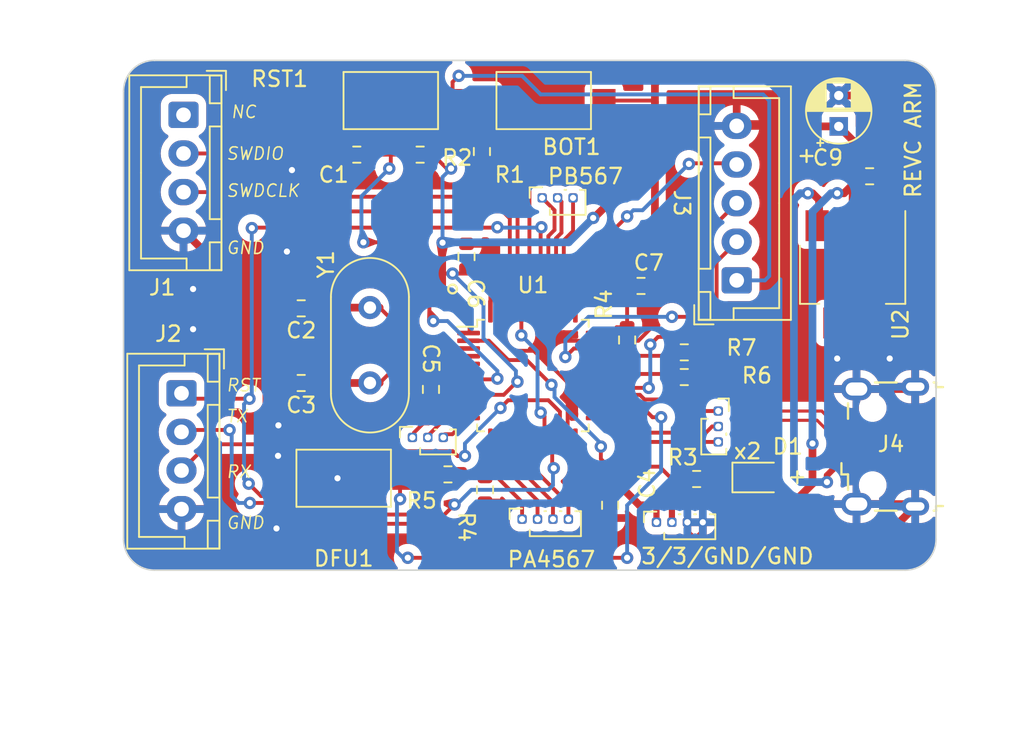
<source format=kicad_pcb>
(kicad_pcb (version 20231007) (generator pcbnew)
  (layers (0 "F.Cu" signal) (31 "B.Cu" signal) (34 "B.Paste" user) (35 "F.Paste" user) (36 "B.SilkS" user "B.Silkscreen") (37 "F.SilkS" user "F.Silkscreen") (38 "B.Mask" user) (39 "F.Mask" user) (44 "Edge.Cuts" user))
  (net 0 "")
  (net 1 "+3.3V")
  (net 2 "GND")
  (net 3 "OUT_UART_TX")
  (net 4 "OUT_UART_RX")
  (net 5 "UART_TX")
  (net 6 "D-")
  (net 7 "D+")
  (net 8 "SWDIO")
  (net 9 "SWDCLK")
  (net 10 "NRST")
  (net 11 "INOUT_NRESET")
  (net 12 "OUT_SWDIO")
  (net 13 "OUT_SWDCLK")
  (net 14 "Net-(D1-K)")
  (net 15 "Net-(J4-VBUS)")
  (net 18 "IN_FORCE_DFU")
  (net 19 "unconnected-(U1-PA0-Pad10)")
  (net 20 "unconnected-(U1-PA1-Pad11)")
  (net 21 "unconnected-(U1-PA2-Pad12)")
  (net 22 "unconnected-(U1-PA4-Pad14)")
  (net 23 "unconnected-(U1-PA5-Pad15)")
  (net 24 "unconnected-(U1-PA6-Pad16)")
  (net 25 "unconnected-(U1-PA7-Pad17)")
  (net 28 "unconnected-(U1-PB12-Pad25)")
  (net 29 "unconnected-(U1-PB13-Pad26)")
  (net 30 "unconnected-(U1-PB15-Pad28)")
  (net 34 "unconnected-(U1-PB3-Pad39)")
  (net 35 "unconnected-(U1-PB4-Pad40)")
  (net 36 "unconnected-(U1-PB5-Pad41)")
  (net 38 "Net-(U1-BOOT0)")
  (net 39 "Net-(U1-PA3)")
  (net 40 "Net-(U1-PA12)")
  (net 41 "Net-(U1-PA11)")
  (net 42 "Net-(U1-PD0)")
  (net 43 "Net-(U1-PD1)")
  (net 46 "Net-(U1-PC13)")
  (footprint "Connector_USB:USB_Micro-B_Wuerth_629105150521" (layer "F.Cu") (at 152.1 92 90)
    (property "Reference" "J4")
    (property "Value" "USB_OTG")
  )
  (footprint "Resistor_SMD:R_0603_1608Metric" (layer "F.Cu") (at 139.1 87.5 180)
    (property "Reference" "R6")
    (property "Value" "22")
  )
  (footprint "Resistor_SMD:R_0603_1608Metric" (layer "F.Cu") (at 139.9 94.1)
    (property "Reference" "R3")
    (property "Value" "330")
  )
  (footprint "Resistor_SMD:R_0603_1608Metric" (layer "F.Cu") (at 151.1 74.5)
    (property "Reference" "C9")
    (property "Value" "100n")
  )
  (footprint "Connector_PinSocket_1.00mm:PinSocket_1x04_P1.00mm_Vertical" (layer "F.Cu") (at 137.3 96.9 90)
    (property "Reference" "3/3/GND/GND")
    (property "Value" "PinSocket_1x04_P1.00mm_Vertical")
  )
  (footprint "Resistor_SMD:R_0603_1608Metric" (layer "F.Cu") (at 134.3 95.8 -90)
    (property "Reference" "C4")
    (property "Value" "100n")
  )
  (footprint "Resistor_SMD:R_0603_1608Metric" (layer "F.Cu") (at 126 72.9 -90)
    (property "Reference" "R1")
    (property "Value" "10k")
  )
  (footprint "Button_Switch_SMD:SW_SPST_CK_RS282G05A3" (layer "F.Cu") (at 120.1 69.6 180)
    (property "Reference" "RST1")
    (property "Value" "SW2")
  )
  (footprint "Resistor_SMD:R_0603_1608Metric" (layer "F.Cu") (at 122.7 88.3 90)
    (property "Reference" "C5")
    (property "Value" "100n")
  )
  (footprint "Button_Switch_SMD:SW_SPST_CK_RS282G05A3" (layer "F.Cu") (at 117.05 94.05 180)
    (property "Reference" "DFU1")
    (property "Value" "SW_DIP_x01")
  )
  (footprint "Package_TO_SOT_SMD:SOT-223" (layer "F.Cu") (at 150 80.85 -90)
    (property "Reference" "U2")
    (property "Value" "LM1117-3.3")
  )
  (footprint "Button_Switch_SMD:SW_SPST_CK_RS282G05A3" (layer "F.Cu") (at 130 69.6 180)
    (property "Reference" "BOT1")
    (property "Value" "SW1")
  )
  (footprint "Connector_JST:JST_XH_B4B-XH-A_1x04_P2.50mm_Vertical" (layer "F.Cu") (at 106.55 88.55 -90)
    (property "Reference" "J2")
    (property "Value" "BMP Debug2")
  )
  (footprint "Resistor_SMD:R_0603_1608Metric" (layer "F.Cu") (at 117.9 73.1 180)
    (property "Reference" "C1")
    (property "Value" "100n")
  )
  (footprint "Diode_SMD:D_0805_2012Metric" (layer "F.Cu") (at 143.9 94)
    (property "Reference" "D1")
    (property "Value" "LED")
  )
  (footprint "Resistor_SMD:R_0603_1608Metric" (layer "F.Cu") (at 126.2 94.8 90)
    (property "Reference" "R4")
    (property "Value" "R_Small")
  )
  (footprint "Connector_PinSocket_1.00mm:PinSocket_1x04_P1.00mm_Vertical" (layer "F.Cu") (at 128.6 96.7 90)
    (property "Reference" "PA4567")
    (property "Value" "PinSocket_1x04_P1.00mm_Vertical")
  )
  (footprint "Connector_PinSocket_1.00mm:PinSocket_1x03_P1.00mm_Vertical" (layer "F.Cu") (at 141.3 89.7)
    (property "Reference" "x2")
    (property "Value" "PinSocket_1x03_P1.00mm_Vertical")
  )
  (footprint "Capacitor_THT:CP_Radial_D4.0mm_P2.00mm" (layer "F.Cu") (at 149.1 71.2726 90)
    (property "Reference" "C8" hide)
    (property "Value" "C_Polarized")
  )
  (footprint "Connector_PinSocket_1.00mm:PinSocket_1x03_P1.00mm_Vertical" (layer "F.Cu") (at 121.5 91.41 90)
    (property "Reference" "")
    (property "Value" "PinSocket_1x03_P1.00mm_Vertical")
  )
  (footprint "Resistor_SMD:R_0603_1608Metric" (layer "F.Cu") (at 125 79.7 90)
    (property "Reference" "C6")
    (property "Value" "100n")
  )
  (footprint "Resistor_SMD:R_0603_1608Metric" (layer "F.Cu") (at 122 73.1 180)
    (property "Reference" "R2")
    (property "Value" "10k")
  )
  (footprint "Resistor_SMD:R_0603_1608Metric" (layer "F.Cu") (at 114.3 87.884 180)
    (property "Reference" "C3")
    (property "Value" "10pF")
  )
  (footprint "Connector_JST:JST_XH_B4B-XH-A_1x04_P2.50mm_Vertical" (layer "F.Cu") (at 106.68 70.525 -90)
    (property "Reference" "J1")
    (property "Value" "BMP Debug1")
  )
  (footprint "Package_QFP:LQFP-48_7x7mm_P0.5mm" (layer "F.Cu") (at 129.3 87.4)
    (property "Reference" "U1")
    (property "Value" "STM32F103CBTx")
  )
  (footprint "Resistor_SMD:R_0603_1608Metric" (layer "F.Cu") (at 139.1 85.9 180)
    (property "Reference" "R7")
    (property "Value" "22")
  )
  (footprint "Resistor_SMD:R_0603_1608Metric" (layer "F.Cu") (at 136.3 81.6)
    (property "Reference" "C7")
    (property "Value" "100n")
  )
  (footprint "Crystal:Crystal_HC49-U_Vertical" (layer "F.Cu") (at 118.75 83 -90)
    (property "Reference" "Y1")
    (property "Value" "Crystal")
  )
  (footprint "Resistor_SMD:R_0603_1608Metric" (layer "F.Cu") (at 114.3 83.05 180)
    (property "Reference" "C2")
    (property "Value" "10pF")
  )
  (footprint "Resistor_SMD:R_0603_1608Metric" (layer "F.Cu") (at 123.8 93.8)
    (property "Reference" "R5")
    (property "Value" "1k")
  )
  (footprint "Connector_PinSocket_1.00mm:PinSocket_1x03_P1.00mm_Vertical" (layer "F.Cu") (at 129.9 75.9 90)
    (property "Reference" "PB567")
    (property "Value" "PinSocket_1x03_P1.00mm_Vertical")
  )
  (footprint "Resistor_SMD:R_0603_1608Metric" (layer "F.Cu") (at 135.4 85.1 -90)
    (property "Reference" "R4")
    (property "Value" "1.2k")
  )
  (footprint "Connector_JST:JST_XH_B5B-XH-A_1x05_P2.50mm_Vertical" (layer "F.Cu") (at 142.494011 81.239001 90)
    (property "Reference" "J3")
    (property "Value" "Debug port")
  )
  (gr_circle (center 124.1 81.8) (end 123.9 81.6) (stroke (width 0.15)) (fill none) (layer "F.SilkS"))
  (gr_arc (start 102.8 69) (mid 103.385786 67.585786) (end 104.8 67) (stroke (width 0.1)) (layer "Edge.Cuts"))
  (gr_arc (start 104.8 100) (mid 103.385786 99.414214) (end 102.8 98) (stroke (width 0.1)) (layer "Edge.Cuts"))
  (gr_arc (start 153.4 67) (mid 154.814214 67.585786) (end 155.4 69) (stroke (width 0.1)) (layer "Edge.Cuts"))
  (gr_line (start 104.8 67) (end 153.4 67) (stroke (width 0.1)) (layer "Edge.Cuts"))
  (gr_line (start 155.4 69) (end 155.4 98) (stroke (width 0.1)) (layer "Edge.Cuts"))
  (gr_line (start 102.8 98) (end 102.8 69) (stroke (width 0.1)) (layer "Edge.Cuts"))
  (gr_line (start 153.4 100) (end 104.8 100) (stroke (width 0.1)) (layer "Edge.Cuts"))
  (gr_arc (start 155.4 98) (mid 154.814214 99.414214) (end 153.4 100) (stroke (width 0.1)) (layer "Edge.Cuts"))
  (gr_text "GND" (at 109.4 97.4 0) (layer "F.SilkS") (effects (font (size 0.8 0.8) (thickness 0.1) italic) (justify left bottom)))
  (gr_text "SWDIO" (at 109.4 73.5 0) (layer "F.SilkS") (effects (font (size 0.8 0.8) (thickness 0.1) italic) (justify left bottom)))
  (gr_text "NC" (at 109.7 70.8 0) (layer "F.SilkS") (effects (font (size 0.8 0.8) (thickness 0.1) italic) (justify left bottom)))
  (gr_text "SWDCLK" (at 109.4 75.9 0) (layer "F.SilkS") (effects (font (size 0.8 0.8) (thickness 0.1) italic) (justify left bottom)))
  (gr_text "RX" (at 109.4 94.1 0) (layer "F.SilkS") (effects (font (size 0.8 0.8) (thickness 0.1) italic) (justify left bottom)))
  (gr_text "+" (at 145.7 94.5 0) (layer "F.SilkS") (effects (font (size 1 1)) (justify left bottom)))
  (gr_text "TX" (at 109.4 90.5 0) (layer "F.SilkS") (effects (font (size 0.8 0.8) (thickness 0.1) italic) (justify left bottom)))
  (gr_text "REVC ARM\n" (at 154.5 76 90) (layer "F.SilkS") (effects (font (size 1 1)) (justify left bottom)))
  (gr_text "RST" (at 109.4 88.5 0) (layer "F.SilkS") (effects (font (size 0.8 0.8) (thickness 0.1) italic) (justify left bottom)))
  (gr_text "+" (at 146.3 73.7 0) (layer "F.SilkS") (effects (font (size 1 1)) (justify left bottom)))
  (gr_text "GND" (at 109.4 79.6 0) (layer "F.SilkS") (effects (font (size 0.8 0.8) (thickness 0.1) italic) (justify left bottom)))
  (segment (start 144.8375 94) (end 144.8375 95.6395) (width 0.25) (layer "F.Cu") (net 1))
  (segment (start 146.65 70.65) (end 146.65 68.175) (width 0.5) (layer "F.Cu") (net 1))
  (segment (start 123.425 78.825) (end 123.45 78.8) (width 0.25) (layer "F.Cu") (net 1))
  (segment (start 124.875 80.8) (end 124.1 80.8) (width 0.25) (layer "F.Cu") (net 1))
  (segment (start 133.25 77.2) (end 137.2 73.25) (width 0.5) (layer "F.Cu") (net 1))
  (segment (start 150 75.044) (end 150 72.1726) (width 0.5) (layer "F.Cu") (net 1))
  (segment (start 137.2 69.7) (end 137.2 77.4) (width 0.5) (layer "F.Cu") (net 1))
  (segment (start 138.938 95.802) (end 138.2 95.802) (width 0.5) (layer "F.Cu") (net 1))
  (segment (start 138.2 95.802) (end 137.3 95.802) (width 0.5) (layer "F.Cu") (net 1))
  (segment (start 147.4 94.408) (end 146.006 95.802) (width 0.5) (layer "F.Cu") (net 1))
  (segment (start 149.1 71.2726) (end 147.2726 71.2726) (width 0.5) (layer "F.Cu") (net 1))
  (segment (start 123.425 78.775) (end 123.425 78.75) (width 0.25) (layer "F.Cu") (net 1))
  (segment (start 126.325 80.525) (end 126.55 80.75) (width 0.25) (layer "F.Cu") (net 1))
  (segment (start 123.425 82.275) (end 123.425 80.925) (width 0.5) (layer "F.Cu") (net 1))
  (segment (start 124 74) (end 123.725 74) (width 0.25) (layer "F.Cu") (net 1))
  (segment (start 124.1 80.8) (end 123.55 80.8) (width 0.25) (layer "F.Cu") (net 1))
  (segment (start 125.2 83.5) (end 125.2 84.5875) (width 0.25) (layer "F.Cu") (net 1))
  (segment (start 134.3 94.75) (end 132.05 92.5) (width 0.25) (layer "F.Cu") (net 1))
  (segment (start 137.3 96.9) (end 137.3 95.802) (width 0.4) (layer "F.Cu") (net 1))
  (segment (start 134.725 84.275) (end 135.4 84.275) (width 0.25) (layer "F.Cu") (net 1))
  (segment (start 125.1375 88.65) (end 127.413604 88.65) (width 0.25) (layer "F.Cu") (net 1))
  (segment (start 128.263604 87.8) (end 128.3 87.8) (width 0.25) (layer "F.Cu") (net 1))
  (segment (start 134.675 94.875) (end 135.275 94.875) (width 0.5) (layer "F.Cu") (net 1))
  (segment (start 126.55 80.75) (end 126.55 83.2375) (width 0.25) (layer "F.Cu") (net 1))
  (segment (start 137.1 69.6) (end 137.2 69.7) (width 0.25) (layer "F.Cu") (net 1))
  (segment (start 150 72.1726) (end 149.1 71.2726) (width 0.5) (layer "F.Cu") (net 1))
  (segment (start 124.397 82.697) (end 123.847 82.697) (width 0.25) (layer "F.Cu") (net 1))
  (segment (start 123.45 78.8) (end 123.425 78.775) (width 0.25) (layer "F.Cu") (net 1))
  (segment (start 150 77.7) (end 150 75.044) (width 0.5) (layer "F.Cu") (net 1))
  (segment (start 136.202 95.802) (end 137.3 95.802) (width 0.5) (layer "F.Cu") (net 1))
  (segment (start 132.05 92.5) (end 132.05 91.5625) (width 0.25) (layer "F.Cu") (net 1))
  (segment (start 134.35 84.65) (end 134.725 84.275) (width 0.25) (layer "F.Cu") (net 1))
  (segment (start 135.275 94.875) (end 136.202 95.802) (width 0.5) (layer "F.Cu") (net 1))
  (segment (start 125 80.525) (end 126.325 80.525) (width 0.25) (layer "F.Cu") (net 1))
  (segment (start 123.847 82.697) (end 123.425 82.275) (width 0.4) (layer "F.Cu") (net 1))
  (segment (start 127.413604 88.65) (end 128.263604 87.8) (width 0.25) (layer "F.Cu") (net 1))
  (segment (start 144.8375 95.6395) (end 145 95.802) (width 0.25) (layer "F.Cu") (net 1))
  (segment (start 133.9 69.6) (end 137.1 69.6) (width 0.25) (layer "F.Cu") (net 1))
  (segment (start 138.3 95.902) (end 138.2 95.802) (width 0.25) (layer "F.Cu") (net 1))
  (segment (start 149 75.6) (end 149.444 75.6) (width 0.5) (layer "F.Cu") (net 1))
  (segment (start 125.2 83.5) (end 124.397 82.697) (width 0.25) (layer "F.Cu") (net 1))
  (segment (start 125.2 84.5875) (end 125.1375 84.65) (width 0.25) (layer "F.Cu") (net 1))
  (segment (start 147.4 91.8) (end 147.4 94.408) (width 0.5) (layer "F.Cu") (net 1))
  (segment (start 138.3 96.9) (end 138.3 95.902) (width 0.4) (layer "F.Cu") (net 1))
  (segment (start 149.444 75.6) (end 150 75.044) (width 0.5) (layer "F.Cu") (net 1))
  (segment (start 146.006 95.802) (end 145 95.802) (width 0.5) (layer "F.Cu") (net 1))
  (segment (start 146.65 68.175) (end 137.535 68.175) (width 0.5) (layer "F.Cu") (net 1))
  (segment (start 135.6 79) (end 135.6 81.475) (width 0.5) (layer "F.Cu") (net 1))
  (segment (start 137.535 68.175) (end 137.2 68.51) (width 0.5) (layer "F.Cu") (net 1))
  (segment (start 137.2 77.4) (end 135.6 79) (width 0.5) (layer "F.Cu") (net 1))
  (segment (start 137.2 68.51) (end 137.2 69.7) (width 0.5) (layer "F.Cu") (net 1))
  (segment (start 123.175 88.65) (end 122.7 89.125) (width 0.25) (layer "F.Cu") (net 1))
  (segment (start 147.2726 71.2726) (end 146.65 70.65) (width 0.5) (layer "F.Cu") (net 1))
  (segment (start 123.425 80.925) (end 123.425 78.825) (width 0.5) (layer "F.Cu") (net 1))
  (segment (start 135.4 81.675) (end 135.4 84.275) (width 0.25) (layer "F.Cu") (net 1))
  (segment (start 123.725 74) (end 122.825 73.1) (width 0.25) (layer "F.Cu") (net 1))
  (segment (start 133.4625 84.65) (end 134.35 84.65) (width 0.25) (layer "F.Cu") (net 1))
  (segment (start 123.425 78.75) (end 123.45 78.725) (width 0.25) (layer "F.Cu") (net 1))
  (segment (start 123.55 80.8) (end 123.425 80.925) (width 0.25) (layer "F.Cu") (net 1))
  (segment (start 125.1375 88.65) (end 123.175 88.65) (width 0.25) (layer "F.Cu") (net 1))
  (segment (start 138.938 95.802) (end 145 95.802) (width 0.5) (layer "F.Cu") (net 1))
  (via (at 123.45 78.8) (size 0.8) (drill 0.4) (layers "F.Cu" "B.Cu") (net 1))
  (via (at 149 75.6) (size 0.8) (drill 0.4) (layers "F.Cu" "B.Cu") (net 1))
  (via (at 147.4 91.8) (size 0.8) (drill 0.4) (layers "F.Cu" "B.Cu") (net 1))
  (via (at 124.1 80.8) (size 0.8) (drill 0.4) (layers "F.Cu" "B.Cu") (net 1))
  (via (at 128.3 87.8) (size 0.8) (drill 0.4) (layers "F.Cu" "B.Cu") (net 1))
  (via (at 124 74) (size 0.8) (drill 0.4) (layers "F.Cu" "B.Cu") (net 1))
  (via (at 133.2 77.2) (size 0.8) (drill 0.4) (layers "F.Cu" "B.Cu") (net 1))
  (segment (start 147.4 76.8) (end 148.6 75.6) (width 0.5) (layer "B.Cu") (net 1))
  (segment (start 123.45 74.55) (end 124 74) (width 0.25) (layer "B.Cu") (net 1))
  (segment (start 147.4 91.8) (end 147.4 76.8) (width 0.5) (layer "B.Cu") (net 1))
  (segment (start 123.55 78.775) (end 123.575 78.775) (width 0.25) (layer "B.Cu") (net 1))
  (segment (start 133.2 77.2) (end 131.625 78.775) (width 0.5) (layer "B.Cu") (net 1))
  (segment (start 123.6 78.775) (end 123.45 78.75) (width 0.25) (layer "B.Cu") (net 1))
  (segment (start 128.2 87.1) (end 126.1 85) (width 0.25) (layer "B.Cu") (net 1))
  (segment (start 123.45 78.75) (end 123.55 78.775) (width 0.25) (layer "B.Cu") (net 1))
  (segment (start 128.2 87.7) (end 128.2 87.1) (width 0.25) (layer "B.Cu") (net 1))
  (segment (start 126.1 85) (end 126.1 82.8) (width 0.25) (layer "B.Cu") (net 1))
  (segment (start 128.3 87.8) (end 128.2 87.7) (width 0.25) (layer "B.Cu") (net 1))
  (segment (start 131.625 78.775) (end 123.6 78.775) (width 0.5) (layer "B.Cu") (net 1))
  (segment (start 126.1 82.8) (end 124.1 80.8) (width 0.25) (layer "B.Cu") (net 1))
  (segment (start 148.6 75.6) (end 149 75.6) (width 0.5) (layer "B.Cu") (net 1))
  (segment (start 123.45 78.8) (end 123.45 74.55) (width 0.25) (layer "B.Cu") (net 1))
  (segment (start 123.049 87.82) (end 123.379 88.15) (width 0.25) (layer "F.Cu") (net 2))
  (segment (start 139.3 97.544) (end 139.3 96.9) (width 0.4) (layer "F.Cu") (net 2))
  (segment (start 126.357315 78.875) (end 127.05 79.567685) (width 0.25) (layer "F.Cu") (net 2))
  (segment (start 113.475 79.475) (end 113.375 79.375) (width 0.4) (layer "F.Cu") (net 2))
  (segment (start 112 89.8) (end 112.825 90.625) (width 0.4) (layer "F.Cu") (net 2))
  (segment (start 154.05 95.875) (end 154.05 90.5) (width 0.5) (layer "F.Cu") (net 2))
  (segment (start 145.288 86.36) (end 147.203 88.275) (width 0.5) (layer "F.Cu") (net 2))
  (segment (start 114.3 69.6) (end 115.9 69.6) (width 0.5) (layer "F.Cu") (net 2))
  (segment (start 113.291 87.7) (end 112 87.7) (width 0.4) (layer "F.Cu") (net 2))
  (segment (start 133.4625 85.15) (end 136.124695 85.15) (width 0.25) (layer "F.Cu") (net 2))
  (segment (start 134.3 96.625) (end 134.3 97.869) (width 0.5) (layer "F.Cu") (net 2))
  (segment (start 125.3 75.2) (end 126 74.5) (width 0.3) (layer "F.Cu") (net 2))
  (segment (start 150.25 95.725) (end 153.9 95.725) (width 0.5) (layer "F.Cu") (net 2))
  (segment (start 116.7 75.2) (end 125.3 75.2) (width 0.3) (layer "F.Cu") (net 2))
  (segment (start 144.78 71.12) (end 142.805 71.12) (width 0.5) (layer "F.Cu") (net 2))
  (segment (start 139.8 98.044) (end 139.3 97.544) (width 0.4) (layer "F.Cu") (net 2))
  (segment (start 126.2 95.625) (end 126.2 97.925) (width 0.5) (layer "F.Cu") (net 2))
  (segment (start 142.494 71.24) (end 139.66 71.24) (width 0.4) (layer "F.Cu") (net 2))
  (segment (start 116 73.1) (end 116 74.5) (width 0.3) (layer "F.Cu") (net 2))
  (segment (start 130 85.8) (end 128.1 85.8) (width 0.25) (layer "F.Cu") (net 2))
  (segment (start 150.25 88.275) (end 153.9 88.275) (width 0.5) (layer "F.Cu") (net 2))
  (segment (start 113.1 92.9) (end 112.8 92.6) (width 0.5) (layer "F.Cu") (net 2))
  (segment (start 130 86.3) (end 131.55 87.85) (width 0.25) (layer "F.Cu") (net 2))
  (segment (start 127.05 79.567685) (end 127.05 83.2375) (width 0.25) (layer "F.Cu") (net 2))
  (segment (start 122.7 87.475) (end 122.315 87.475) (width 0.25) (layer "F.Cu") (net 2))
  (segment (start 130.65 85.15) (end 130 85.8) (width 0.25) (layer "F.Cu") (net 2))
  (segment (start 145.288 84.3) (end 145.288 86.36) (width 0.5) (layer "F.Cu") (net 2))
  (segment (start 138.1 72.8) (end 138.1 80.625) (width 0.4) (layer "F.Cu") (net 2))
  (segment (start 126 74.5) (end 126 73.725) (width 0.3) (layer "F.Cu") (net 2))
  (segment (start 110.744 98.044) (end 108.75 96.05) (width 0.5) (layer "F.Cu") (net 2))
  (segment (start 113.3 80.2) (end 108.855 80.2) (width 0.5) (layer "F.Cu") (net 2))
  (segment (start 113.725 70.175) (end 114.3 69.6) (width 0.5) (layer "F.Cu") (net 2))
  (segment (start 113.1 93.9) (end 113.1 92.9) (width 0.5) (layer "F.Cu") (net 2))
  (segment (start 151.4726 69.2726) (end 152.3 70.1) (width 0.5) (layer "F.Cu") (net 2))
  (segment (start 113.475 83.05) (end 112.25 83.05) (width 0.4) (layer "F.Cu") (net 2))
  (segment (start 138.1 80.625) (end 137.125 81.6) (width 0.4) (layer "F.Cu") (net 2))
  (segment (start 123.379 88.15) (end 125.1375 88.15) (width 0.25) (layer "F.Cu") (net 2))
  (segment (start 121.7 88.09) (end 121.7 89.4) (width 0.25) (layer "F.Cu") (net 2))
  (segment (start 139.8 98.044) (end 151.881 98.044) (width 0.5) (layer "F.Cu") (net 2))
  (segment (start 137.125 84.149695) (end 137.125 81.6) (width 0.25) (layer "F.Cu") (net 2))
  (segment (start 126.375 73.725) (end 126 73.725) (width 0.25) (layer "F.Cu") (net 2))
  (segment (start 113.6 91.4) (end 112.825 90.625) (width 0.25) (layer "F.Cu") (net 2))
  (segment (start 154.05 79.45) (end 152.3 77.7) (width 0.5) (layer "F.Cu") (net 2))
  (segment (start 117.2 73.1) (end 116 73.1) (width 0.5) (layer "F.Cu") (net 2))
  (segment (start 116 73.1) (end 113.8125 73.1) (width 0.5) (layer "F.Cu") (net 2))
  (segment (start 112.7 97.275) (end 112.7 97.969) (width 0.5) (layer "F.Cu") (net 2))
  (segment (start 112.725 90.625) (end 112.8 90.55) (width 0.25) (layer "F.Cu") (net 2))
  (segment (start 136.124695 85.15) (end 137.125 84.149695) (width 0.25) (layer "F.Cu") (net 2))
  (segment (start 150.2 90.7) (end 153.85 90.7) (width 0.4) (layer "F.Cu") (net 2))
  (segment (start 112 87.7) (end 112 89.8) (width 0.4) (layer "F.Cu") (net 2))
  (segment (start 108.75 96.05) (end 106.55 96.05) (width 0.5) (layer "F.Cu") (net 2))
  (segment (start 152.3 70.1) (end 152.3 77.7) (width 0.5) (layer "F.Cu") (net 2))
  (segment (start 145.288 84.3) (end 145.288 71.628) (width 0.5) (layer "F.Cu") (net 2))
  (segment (start 121.7 89.4) (end 119.7 91.4) (width 0.25) (layer "F.Cu") (net 2))
  (segment (start 154.05 90.5) (end 154.05 79.45) (width 0.5) (layer "F.Cu") (net 2))
  (segment (start 130 85.8) (end 130 86.3) (width 0.25) (layer "F.Cu") (net 2))
  (segment (start 112 83.3) (end 112 87.7) (width 0.4) (layer "F.Cu") (net 2))
  (segment (start 145.288 71.628) (end 144.78 71.12) (width 0.5) (layer "F.Cu") (net 2))
  (segment (start 122.315 87.475) (end 121.7 88.09) (width 0.25) (layer "F.Cu") (net 2))
  (segment (start 131.55 87.85) (end 131.55 91.5625) (width 0.25) (layer "F.Cu") (net 2))
  (segment (start 116 74.5) (end 116.7 75.2) (width 0.3) (layer "F.Cu") (net 2))
  (segment (start 112.625 98.044) (end 110.744 98.044) (width 0.5) (layer "F.Cu") (net 2))
  (segment (start 139.8 98.044) (end 140.3 97.544) (width 0.4) (layer "F.Cu") (net 2))
  (segment (start 112.825 90.625) (end 112.725 90.625) (width 0.25) (layer "F.Cu") (net 2))
  (segment (start 112.625 98.044) (end 139.8 98.044) (width 0.5) (layer "F.Cu") (net 2))
  (segment (start 150.2 90.7) (end 150.2 88.325) (width 0.4) (layer "F.Cu") (net 2))
  (segment (start 151.881 98.044) (end 154.05 95.875) (width 0.5) (layer "F.Cu") (net 2))
  (segment (start 113.725 74.1) (end 113.725 70.175) (width 0.5) (layer "F.Cu") (net 2))
  (segment (start 108.855 80.2) (end 106.68 78.025) (width 0.5) (layer "F.Cu") (net 2))
  (segment (start 133.4625 85.15) (end 130.65 85.15) (width 0.25) (layer "F.Cu") (net 2))
  (segment (start 140.3 97.544) (end 140.3 96.9) (width 0.4) (layer "F.Cu") (net 2))
  (segment (start 139.66 71.24) (end 138.1 72.8) (width 0.4) (layer "F.Cu") (net 2))
  (segment (start 127.05 84.75) (end 127.05 83.2375) (width 0.25) (layer "F.Cu") (net 2))
  (segment (start 128.1 85.8) (end 127.05 84.75) (width 0.25) (layer "F.Cu") (net 2))
  (segment (start 147.203 88.275) (end 150.25 88.275) (width 0.5) (layer "F.Cu") (net 2))
  (segment (start 112.25 83.05) (end 112 83.3) (width 0.4) (layer "F.Cu") (net 2))
  (segment (start 153.85 90.7) (end 154.05 90.5) (width 0.25) (layer "F.Cu") (net 2))
  (segment (start 113.475 83.05) (end 113.475 79.475) (width 0.4) (layer "F.Cu") (net 2))
  (segment (start 149.1 69.2726) (end 151.4726 69.2726) (width 0.5) (layer "F.Cu") (net 2))
  (segment (start 113.6 91.4) (end 119.7 91.4) (width 0.25) (layer "F.Cu") (net 2))
  (segment (start 125 78.875) (end 126.357315 78.875) (width 0.25) (layer "F.Cu") (net 2))
  (segment (start 112.825 90.525) (end 112.825 90.625) (width 0.25) (layer "F.Cu") (net 2))
  (segment (start 112.7 97.969) (end 112.625 98.044) (width 0.5) (layer "F.Cu") (net 2))
  (via (at 107.3 84.4) (size 0.8) (drill 0.4) (layers "F.Cu" "B.Cu") (net 2))
  (via (at 152.4 86.3) (size 0.8) (drill 0.4) (layers "F.Cu" "B.Cu") (net 2))
  (via (at 112.8 92.6) (size 0.8) (drill 0.4) (layers "F.Cu" "B.Cu") (net 2))
  (via (at 107.3 81.8) (size 0.8) (drill 0.4) (layers "F.Cu" "B.Cu") (net 2))
  (via (at 116.65 94.05) (size 0.8) (drill 0.4) (layers "F.Cu" "B.Cu") (net 2))
  (via (at 149 86.3) (size 0.8) (drill 0.4) (layers "F.Cu" "B.Cu") (net 2))
  (via (at 113.7 74.1) (size 0.8) (drill 0.4) (layers "F.Cu" "B.Cu") (net 2))
  (via (at 112.825 90.625) (size 0.8) (drill 0.4) (layers "F.Cu" "B.Cu") (net 2))
  (via (at 113.375 79.375) (size 0.8) (drill 0.4) (layers "F.Cu" "B.Cu") (net 2))
  (via locked (at 112.7 97.3) (size 0.8) (drill 0.4) (layers "F.Cu" "B.Cu") (net 2))
  (segment (start 112.8 90.9) (end 112.8 91.3) (width 0.5) (layer "B.Cu") (net 2))
  (segment (start 112.8 91.3) (end 112.8 92.7) (width 0.5) (layer "B.Cu") (net 2))
  (segment (start 112.8 92.7) (end 112.8 97.2) (width 0.5) (layer "B.Cu") (net 2))
  (segment (start 113.775 78.975) (end 113.775 74.15) (width 0.5) (layer "B.Cu") (net 2))
  (segment (start 112.8 97.2) (end 112.7 97.3) (width 0.5) (layer "B.Cu") (net 2))
  (segment (start 113.375 79.375) (end 113.775 78.975) (width 0.5) (layer "B.Cu") (net 2))
  (segment (start 113.775 74.15) (end 113.725 74.1) (width 0.5) (layer "B.Cu") (net 2))
  (segment (start 130.55 93.35) (end 130.6 93.4) (width 0.25) (layer "F.Cu") (net 3))
  (segment (start 130.65 93.4) (end 130.65 93.45) (width 0.25) (layer "F.Cu") (net 3))
  (segment (start 112.55 95.65) (end 113.9 97) (width 0.25) (layer "F.Cu") (net 3))
  (segment (start 106.675 90.925) (end 109.659946 90.925) (width 0.25) (layer "F.Cu") (net 3))
  (segment (start 113.9 97) (end 122.975 97) (width 0.25) (layer "F.Cu") (net 3))
  (segment (start 130.65 93.45) (end 130.6 93.4) (width 0.25) (layer "F.Cu") (net 3))
  (segment (start 122.975 97) (end 124.225 95.75) (width 0.25) (layer "F.Cu") (net 3))
  (segment (start 130.55 91.5625) (end 130.55 93.35) (width 0.25) (layer "F.Cu") (net 3))
  (segment (start 110.975 95.65) (end 112.55 95.65) (width 0.25) (layer "F.Cu") (net 3))
  (segment (start 130.6 93.4) (end 130.65 93.4) (width 0.25) (layer "F.Cu") (net 3))
  (via (at 124.225 95.75) (size 0.8) (drill 0.4) (layers "F.Cu" "B.Cu") (net 3))
  (via (at 109.659946 90.925) (size 0.8) (drill 0.4) (layers "F.Cu" "B.Cu") (net 3))
  (via (at 110.975 95.65) (size 0.8) (drill 0.4) (layers "F.Cu" "B.Cu") (net 3))
  (via (at 130.65 93.4) (size 0.8) (drill 0.4) (layers "F.Cu" "B.Cu") (net 3))
  (segment (start 130.6 94.5) (end 130.3 94.8) (width 0.25) (layer "B.Cu") (net 3))
  (segment (start 109.8 95.2) (end 110.25 95.65) (width 0.25) (layer "B.Cu") (net 3))
  (segment (start 130.6 93.4) (end 130.6 94.5) (width 0.25) (layer "B.Cu") (net 3))
  (segment (start 130.3 94.8) (end 125.325 94.8) (width 0.25) (layer "B.Cu") (net 3))
  (segment (start 125.325 94.8) (end 124.4 95.725) (width 0.25) (layer "B.Cu") (net 3))
  (segment (start 110.25 95.65) (end 110.975 95.65) (width 0.25) (layer "B.Cu") (net 3))
  (segment (start 109.8 91.065054) (end 109.8 95.2) (width 0.25) (layer "B.Cu") (net 3))
  (segment (start 109.659946 90.925) (end 109.8 91.065054) (width 0.25) (layer "B.Cu") (net 3))
  (segment (start 127.7 89) (end 130.3 89) (width 0.25) (layer "F.Cu") (net 4))
  (segment (start 124.9 92.61) (end 124.421751 92.61) (width 0.25) (layer "F.Cu") (net 4))
  (segment (start 127.2 89.5) (end 127.7 89) (width 0.25) (layer "F.Cu") (net 4))
  (segment (start 108.25 91.85) (end 106.55 93.55) (width 0.25) (layer "F.Cu") (net 4))
  (segment (start 131.05 89.75) (end 131.05 91.5625) (width 0.25) (layer "F.Cu") (net 4))
  (segment (start 130.3 89) (end 131.05 89.75) (width 0.25) (layer "F.Cu") (net 4))
  (segment (start 124.111751 92.3) (end 120.665 92.3) (width 0.25) (layer "F.Cu") (net 4))
  (segment (start 120.665 92.3) (end 120.215 91.85) (width 0.25) (layer "F.Cu") (net 4))
  (segment (start 124.421751 92.61) (end 124.111751 92.3) (width 0.25) (layer "F.Cu") (net 4))
  (segment (start 120.215 91.85) (end 108.25 91.85) (width 0.25) (layer "F.Cu") (net 4))
  (via (at 124.9 92.61) (size 0.8) (drill 0.4) (layers "F.Cu" "B.Cu") (net 4))
  (via (at 127.2 89.5) (size 0.8) (drill 0.4) (layers "F.Cu" "B.Cu") (net 4))
  (segment (start 124.9 92.61) (end 124.9 91.8) (width 0.25) (layer "B.Cu") (net 4))
  (segment (start 124.9 91.8) (end 127.1 89.6) (width 0.25) (layer "B.Cu") (net 4))
  (segment (start 135.863604 88.2) (end 136.8 88.2) (width 0.25) (layer "F.Cu") (net 5))
  (segment (start 141.194 80.039012) (end 141.194 83.306) (width 0.25) (layer "F.Cu") (net 5))
  (segment (start 135.313604 87.65) (end 135.863604 88.2) (width 0.25) (layer "F.Cu") (net 5))
  (segment (start 139.6 84.9) (end 137.4 84.9) (width 0.25) (layer "F.Cu") (net 5))
  (segment (start 137.4 84.9) (end 136.9 85.4) (width 0.25) (layer "F.Cu") (net 5))
  (segment (start 141.194 83.306) (end 139.6 84.9) (width 0.25) (layer "F.Cu") (net 5))
  (segment (start 142.494011 78.739001) (end 141.194 80.039012) (width 0.25) (layer "F.Cu") (net 5))
  (segment (start 133.4625 87.65) (end 135.313604 87.65) (width 0.25) (layer "F.Cu") (net 5))
  (via (at 136.9 85.4) (size 0.8) (drill 0.4) (layers "F.Cu" "B.Cu") (net 5))
  (via (at 136.8 88.2) (size 0.8) (drill 0.4) (layers "F.Cu" "B.Cu") (net 5))
  (segment (start 136.9 88.1) (end 136.8 88.2) (width 0.25) (layer "B.Cu") (net 5))
  (segment (start 136.9 85.4) (end 136.9 88.1) (width 0.25) (layer "B.Cu") (net 5))
  (segment (start 150.2 92.65) (end 148.75 92.65) (width 0.2) (layer "F.Cu") (net 6))
  (segment (start 141.35 87.4) (end 140.025 87.4) (width 0.2) (layer "F.Cu") (net 6))
  (segment (start 147.7 90.3) (end 144.25 90.3) (width 0.2) (layer "F.Cu") (net 6))
  (segment (start 148.4 91) (end 147.7 90.3) (width 0.2) (layer "F.Cu") (net 6))
  (segment (start 148.75 92.65) (end 148.4 92.3) (width 0.2) (layer "F.Cu") (net 6))
  (segment (start 148.4 92.3) (end 148.4 91) (width 0.2) (layer "F.Cu") (net 6))
  (segment (start 144.25 90.3) (end 141.35 87.4) (width 0.2) (layer "F.Cu") (net 6))
  (segment (start 149.1 92) (end 150.2 92) (width 0.2) (layer "F.Cu") (net 7))
  (segment (start 144.484601 89.7) (end 148 89.7) (width 0.2) (layer "F.Cu") (net 7))
  (segment (start 148 89.7) (end 149 90.7) (width 0.2) (layer "F.Cu") (net 7))
  (segment (start 149 91.9) (end 149.1 92) (width 0.2) (layer "F.Cu") (net 7))
  (segment (start 149 90.7) (end 149 91.9) (width 0.2) (layer "F.Cu") (net 7))
  (segment (start 141.434601 86.65) (end 144.484601 89.7) (width 0.2) (layer "F.Cu") (net 7))
  (segment (start 141.434601 86.6673) (end 140.9 86.132699) (width 0.2) (layer "F.Cu") (net 7))
  (segment (start 140.9 86.132699) (end 140.867301 86.1) (width 0.2) (layer "F.Cu") (net 7))
  (segment (start 140.867301 86.1) (end 140.025 86.1) (width 0.2) (layer "F.Cu") (net 7))
  (segment (start 140.3 78.433012) (end 140.3 83.175) (width 0.25) (layer "F.Cu") (net 8))
  (segment (start 142.573012 76.16) (end 140.3 78.433012) (width 0.25) (layer "F.Cu") (net 8))
  (segment (start 131.4 86.2) (end 131.95 85.65) (width 0.25) (layer "F.Cu") (net 8))
  (segment (start 131.95 85.65) (end 133.4625 85.65) (width 0.25) (layer "F.Cu") (net 8))
  (segment (start 140.3 83.175) (end 139.875 83.6) (width 0.25) (layer "F.Cu") (net 8))
  (segment (start 139.875 83.6) (end 138.3 83.6) (width 0.25) (layer "F.Cu") (net 8))
  (via (at 131.4 86.2) (size 0.8) (drill 0.4) (layers "F.Cu" "B.Cu") (net 8))
  (via (at 138.3 83.6) (size 0.8) (drill 0.4) (layers "F.Cu" "B.Cu") (net 8))
  (segment (start 132.9 83.6) (end 131.4 85.1) (width 0.25) (layer "B.Cu") (net 8))
  (segment (start 131.4 85.1) (end 131.4 86.2) (width 0.25) (layer "B.Cu") (net 8))
  (segment (start 138.3 83.6) (end 132.9 83.6) (width 0.25) (layer "B.Cu") (net 8))
  (segment (start 139.3895 73.66) (end 142.765 73.66) (width 0.25) (layer "F.Cu") (net 9))
  (segment (start 134.306 80.594) (end 132.05 82.85) (width 0.25) (layer "F.Cu") (net 9))
  (segment (start 134.306 79.492) (end 134.306 80.594) (width 0.25) (layer "F.Cu") (net 9))
  (segment (start 134.3 78.2) (end 134.3 79.486) (width 0.25) (layer "F.Cu") (net 9))
  (segment (start 134.3 79.486) (end 134.306 79.492) (width 0.25) (layer "F.Cu") (net 9))
  (segment (start 135.4 77.1) (end 134.3 78.2) (width 0.25) (layer "F.Cu") (net 9))
  (via (at 135.4 77.1) (size 0.8) (drill 0.4) (layers "F.Cu" "B.Cu") (net 9))
  (via (at 139.4 73.7) (size 0.8) (drill 0.4) (layers "F.Cu" "B.Cu") (net 9))
  (segment (start 136.4 76.7) (end 135.8 76.7) (width 0.25) (layer "B.Cu") (net 9))
  (segment (start 135.8 76.7) (end 135.4 77.1) (width 0.25) (layer "B.Cu") (net 9))
  (segment (start 139.4 73.7) (end 136.4 76.7) (width 0.25) (layer "B.Cu") (net 9))
  (segment (start 124.5 68) (end 124.1 68.4) (width 0.25) (layer "F.Cu") (net 10))
  (segment (start 125.1375 87.65) (end 126.95 87.65) (width 0.25) (layer "F.Cu") (net 10))
  (segment (start 120 74) (end 120.1 73.9) (width 0.25) (layer "F.Cu") (net 10))
  (segment (start 118.725 73.1) (end 121.175 73.1) (width 0.25) (layer "F.Cu") (net 10))
  (segment (start 122.6 79.45) (end 122.6 83.8625) (width 0.25) (layer "F.Cu") (net 10))
  (segment (start 124.1 68.4) (end 124.1 69.2) (width 0.25) (layer "F.Cu") (net 10))
  (segment (start 122.875 83.85) (end 122.85 83.875) (width 0.25) (layer "F.Cu") (net 10))
  (segment (start 120.1 71.85) (end 122.35 69.6) (width 0.25) (layer "F.Cu") (net 10))
  (segment (start 121.925 78.775) (end 122.6 79.45) (width 0.25) (layer "F.Cu") (net 10))
  (segment (start 126.95 87.65) (end 127 87.6) (width 0.25) (layer "F.Cu") (net 10))
  (segment (start 118.325 78.775) (end 121.925 78.775) (width 0.25) (layer "F.Cu") (net 10))
  (segment (start 120.1 73.9) (end 120.1 71.85) (width 0.25) (layer "F.Cu") (net 10))
  (segment (start 122.85 83.875) (end 122.875 83.9) (width 0.25) (layer "F.Cu") (net 10))
  (segment (start 122.35 69.6) (end 123.7 69.6) (width 0.25) (layer "F.Cu") (net 10))
  (via (at 120 74) (size 0.8) (drill 0.4) (layers "F.Cu" "B.Cu") (net 10))
  (via (at 118.325 78.775) (size 0.8) (drill 0.4) (layers "F.Cu" "B.Cu") (net 10))
  (via (at 124.5 68) (size 0.8) (drill 0.4) (layers "F.Cu" "B.Cu") (net 10))
  (via (at 127 87.6) (size 0.8) (drill 0.4) (layers "F.Cu" "B.Cu") (net 10))
  (via (at 122.85 83.875) (size 0.8) (drill 0.4) (layers "F.Cu" "B.Cu") (net 10))
  (segment (start 118.2 75.8) (end 118.2 78.65) (width 0.25) (layer "B.Cu") (net 10))
  (segment (start 144.2 69.2) (end 129.8 69.2) (width 0.25) (layer "B.Cu") (net 10))
  (segment (start 122.85 83.875) (end 123.775 83.875) (width 0.25) (layer "B.Cu") (net 10))
  (segment (start 118.2 78.65) (end 118.325 78.775) (width 0.25) (layer "B.Cu") (net 10))
  (segment (start 120 74) (end 118.2 75.8) (width 0.25) (layer "B.Cu") (net 10))
  (segment (start 128.6 68) (end 124.5 68) (width 0.25) (layer "B.Cu") (net 10))
  (segment (start 144.321998 81.239001) (end 144.6 80.960999) (width 0.25) (layer "B.Cu") (net 10))
  (segment (start 144.6 80.960999) (end 144.6 69.6) (width 0.25) (layer "B.Cu") (net 10))
  (segment (start 144.6 69.6) (end 144.2 69.2) (width 0.25) (layer "B.Cu") (net 10))
  (segment (start 129.8 69.2) (end 128.6 68) (width 0.25) (layer "B.Cu") (net 10))
  (segment (start 142.494011 81.239001) (end 144.321998 81.239001) (width 0.25) (layer "B.Cu") (net 10))
  (segment (start 127 87.1) (end 127 87.6) (width 0.25) (layer "B.Cu") (net 10))
  (segment (start 123.775 83.875) (end 127 87.1) (width 0.25) (layer "B.Cu") (net 10))
  (segment (start 110.950497 88.9) (end 106.9 88.9) (width 0.25) (layer "F.Cu") (net 11))
  (segment (start 122.795 93.98) (end 123.2 94.385) (width 0.25) (layer "F.Cu") (net 11))
  (segment (start 111.136882 77.825) (end 111.105694 77.856188) (width 0.25) (layer "F.Cu") (net 11))
  (segment (start 129.55 81.025) (end 129.55 83.2375) (width 0.25) (layer "F.Cu") (net 11))
  (segment (start 122.6 96.4) (end 113.936396 96.4) (width 0.25) (layer "F.Cu") (net 11))
  (segment (start 127 77.825) (end 111.136882 77.825) (width 0.25) (layer "F.Cu") (net 11))
  (segment (start 129.8 80.775) (end 129.55 81.025) (width 0.25) (layer "F.Cu") (net 11))
  (segment (start 123.2 95.8) (end 122.6 96.4) (width 0.25) (layer "F.Cu") (net 11))
  (segment (start 111.7 95.2) (end 110.9 94.4) (width 0.25) (layer "F.Cu") (net 11))
  (segment (start 112.736396 95.2) (end 111.7 95.2) (width 0.25) (layer "F.Cu") (net 11))
  (segment (start 129.8 80.775) (end 129.8 77.85) (width 0.25) (layer "F.Cu") (net 11))
  (segment (start 113.936396 96.4) (end 112.736396 95.2) (width 0.25) (layer "F.Cu") (net 11))
  (segment (start 123.2 94.385) (end 123.2 95.8) (width 0.25) (layer "F.Cu") (net 11))
  (via (at 110.9 94.4) (size 0.8) (drill 0.4) (layers "F.Cu" "B.Cu") (net 11))
  (via (at 110.950497 88.9) (size 0.8) (drill 0.4) (layers "F.Cu" "B.Cu") (net 11))
  (via (at 129.85 77.8) (size 0.8) (drill 0.4) (layers "F.Cu" "B.Cu") (net 11))
  (via (at 127 77.8) (size 0.8) (drill 0.4) (layers "F.Cu" "B.Cu") (net 11))
  (via (at 111.105694 77.856188) (size 0.8) (drill 0.4) (layers "F.Cu" "B.Cu") (net 11))
  (segment (start 129.8 77.85) (end 129.775 77.825) (width 0.25) (layer "B.Cu") (net 11))
  (segment (start 111.1 88.750497) (end 111.1 77.861882) (width 0.25) (layer "B.Cu") (net 11))
  (segment (start 111.1 77.861882) (end 111.105694 77.856188) (width 0.25) (layer "B.Cu") (net 11))
  (segment (start 110.950497 88.9) (end 110.6 89.250497) (width 0.25) (layer "B.Cu") (net 11))
  (segment (start 110.950497 88.9) (end 111.1 88.750497) (width 0.25) (layer "B.Cu") (net 11))
  (segment (start 129.775 77.825) (end 127 77.825) (width 0.25) (layer "B.Cu") (net 11))
  (segment (start 110.6 89.250497) (end 110.6 94.1) (width 0.25) (layer "B.Cu") (net 11))
  (segment (start 110.6 94.1) (end 110.9 94.4) (width 0.25) (layer "B.Cu") (net 11))
  (segment (start 128.306 76.481) (end 127.65 75.825) (width 0.25) (layer "F.Cu") (net 12))
  (segment (start 127.65 75.825) (end 111.35 75.825) (width 0.25) (layer "F.Cu") (net 12))
  (segment (start 106.68 73.025) (end 108.575 73.025) (width 0.25) (layer "F.Cu") (net 12))
  (segment (start 128.306 81.296305) (end 128.306 76.481) (width 0.25) (layer "F.Cu") (net 12))
  (segment (start 128.05 81.552305) (end 128.05 83.2375) (width 0.25) (layer "F.Cu") (net 12))
  (segment (start 111.35 75.825) (end 108.55 73.025) (width 0.25) (layer "F.Cu") (net 12))
  (segment (start 128.306 81.296305) (end 128.05 81.552305) (width 0.25) (layer "F.Cu") (net 12))
  (segment (start 106.68 75.525) (end 109.4225 75.525) (width 0.25) (layer "F.Cu") (net 13))
  (segment (start 127.55 81.028) (end 127.55 83.2375) (width 0.25) (layer "F.Cu") (net 13))
  (segment (start 127.806 77.231) (end 127.806 80.772) (width 0.25) (layer "F.Cu") (net 13))
  (segment (start 110.6725 76.775) (end 127.35 76.775) (width 0.25) (layer "F.Cu") (net 13))
  (segment (start 109.4225 75.525) (end 110.6725 76.775) (width 0.25) (layer "F.Cu") (net 13))
  (segment (start 127.35 76.775) (end 127.806 77.231) (width 0.25) (layer "F.Cu") (net 13))
  (segment (start 127.806 80.772) (end 127.55 81.028) (width 0.25) (layer "F.Cu") (net 13))
  (segment (start 140.725 94.1) (end 142.8625 94.1) (width 0.25) (layer "F.Cu") (net 14))
  (segment (start 147.4 75.6) (end 147.1 75.6) (width 0.5) (layer "F.Cu") (net 15))
  (segment (start 147.828 76.028) (end 147.4 75.6) (width 0.5) (layer "F.Cu") (net 15))
  (segment (start 148.336 93.864) (end 148.336 94.3) (width 0.4) (layer "F.Cu") (net 15))
  (segment (start 150.2 93.3) (end 148.9 93.3) (width 0.4) (layer "F.Cu") (net 15))
  (segment (start 147.828 77.572) (end 147.828 76.028) (width 0.5) (layer "F.Cu") (net 15))
  (segment (start 148.9 93.3) (end 148.336 93.864) (width 0.4) (layer "F.Cu") (net 15))
  (via (at 147.1 75.6) (size 0.8) (drill 0.4) (layers "F.Cu" "B.Cu") (net 15))
  (via (at 148.336 94.3) (size 0.8) (drill 0.4) (layers "F.Cu" "B.Cu") (net 15))
  (segment (start 146.2 93.876) (end 146.624 94.3) (width 0.5) (layer "B.Cu") (net 15))
  (segment (start 146.624 94.3) (end 148.336 94.3) (width 0.5) (layer "B.Cu") (net 15))
  (segment (start 146.2 76) (end 146.2 93.876) (width 0.5) (layer "B.Cu") (net 15))
  (segment (start 146.6 75.6) (end 146.2 76) (width 0.5) (layer "B.Cu") (net 15))
  (segment (start 147.1 75.6) (end 146.6 75.6) (width 0.5) (layer "B.Cu") (net 15))
  (segment (start 133.4625 89.15) (end 136.088299 89.15) (width 0.25) (layer "F.Cu") (net 18))
  (segment (start 137.038299 90.1) (end 137.6 90.1) (width 0.25) (layer "F.Cu") (net 18))
  (segment (start 136.088299 89.15) (end 137.038299 90.1) (width 0.25) (layer "F.Cu") (net 18))
  (segment (start 120.7 95.4) (end 120.7 94.1) (width 0.25) (layer "F.Cu") (net 18))
  (segment (start 135.4 99.2) (end 121.2 99.2) (width 0.25) (layer "F.Cu") (net 18))
  (via (at 121.2 99.2) (size 0.8) (drill 0.4) (layers "F.Cu" "B.Cu") (net 18))
  (via (at 137.6 90.1) (size 0.8) (drill 0.4) (layers "F.Cu" "B.Cu") (net 18))
  (via (at 120.7 95.4) (size 0.8) (drill 0.4) (layers "F.Cu" "B.Cu") (net 18))
  (via (at 135.4 99.2) (size 0.8) (drill 0.4) (layers "F.Cu" "B.Cu") (net 18))
  (segment (start 137.6 90.1) (end 137.6 93.6) (width 0.25) (layer "B.Cu") (net 18))
  (segment (start 137.6 93.6) (end 135.4 95.8) (width 0.25) (layer "B.Cu") (net 18))
  (segment (start 120.5 95.6) (end 120.7 95.4) (width 0.25) (layer "B.Cu") (net 18))
  (segment (start 120.9 99.2) (end 120.5 98.8) (width 0.25) (layer "B.Cu") (net 18))
  (segment (start 135.4 95.8) (end 135.4 99.2) (width 0.25) (layer "B.Cu") (net 18))
  (segment (start 120.5 98.8) (end 120.5 95.6) (width 0.25) (layer "B.Cu") (net 18))
  (segment (start 121.2 99.2) (end 120.9 99.2) (width 0.25) (layer "B.Cu") (net 18))
  (segment (start 125.1375 89.15) (end 123.892462 89.15) (width 0.25) (layer "F.Cu") (net 19))
  (segment (start 123.892462 89.15) (end 122.542462 90.5) (width 0.25) (layer "F.Cu") (net 19))
  (segment (start 122.2 90.5) (end 121.6 91.1) (width 0.25) (layer "F.Cu") (net 19))
  (segment (start 122.542462 90.5) (end 122.2 90.5) (width 0.25) (layer "F.Cu") (net 19))
  (segment (start 124.15 89.65) (end 125.1375 89.65) (width 0.25) (layer "F.Cu") (net 20))
  (segment (start 122.6 91.2) (end 124.15 89.65) (width 0.25) (layer "F.Cu") (net 20))
  (segment (start 123.6 91.2) (end 124.0875 91.2) (width 0.25) (layer "F.Cu") (net 21))
  (segment (start 124.0875 91.2) (end 125.1375 90.15) (width 0.25) (layer "F.Cu") (net 21))
  (segment (start 128.6 95.6) (end 127.05 94.05) (width 0.25) (layer "F.Cu") (net 22))
  (segment (start 128.6 96.5) (end 128.6 95.6) (width 0.25) (layer "F.Cu") (net 22))
  (segment (start 127.05 94.05) (end 127.05 91.5625) (width 0.25) (layer "F.Cu") (net 22))
  (segment (start 127.55 93.45) (end 129.6 95.5) (width 0.25) (layer "F.Cu") (net 23))
  (segment (start 127.55 91.5625) (end 127.55 93.45) (width 0.25) (layer "F.Cu") (net 23))
  (segment (start 129.6 95.5) (end 129.6 96.5) (width 0.25) (layer "F.Cu") (net 23))
  (segment (start 130.6 95.6) (end 128.05 93.05) (width 0.25) (layer "F.Cu") (net 24))
  (segment (start 130.6 96.5) (end 130.6 95.6) (width 0.25) (layer "F.Cu") (net 24))
  (segment (start 128.05 93.05) (end 128.05 91.5625) (width 0.25) (layer "F.Cu") (net 24))
  (segment (start 131.6 96.5) (end 131.6 95.691852) (width 0.25) (layer "F.Cu") (net 25))
  (segment (start 131.6 95.691852) (end 128.55 92.641852) (width 0.25) (layer "F.Cu") (net 25))
  (segment (start 128.55 92.641852) (end 128.55 91.5625) (width 0.25) (layer "F.Cu") (net 25))
  (segment (start 134.4 90.2) (end 135.9 91.7) (width 0.25) (layer "F.Cu") (net 28))
  (segment (start 133.5125 90.2) (end 134.4 90.2) (width 0.25) (layer "F.Cu") (net 28))
  (segment (start 135.9 91.7) (end 141.3 91.7) (width 0.25) (layer "F.Cu") (net 28))
  (segment (start 140.9 90.7) (end 140.5 91.1) (width 0.25) (layer "F.Cu") (net 29))
  (segment (start 141.3 90.7) (end 140.9 90.7) (width 0.25) (layer "F.Cu") (net 29))
  (segment (start 140.5 91.1) (end 136.3 91.1) (width 0.25) (layer "F.Cu") (net 29))
  (segment (start 134.85 89.65) (end 133.4625 89.65) (width 0.25) (layer "F.Cu") (net 29))
  (segment (start 136.3 91.1) (end 134.85 89.65) (width 0.25) (layer "F.Cu") (net 29))
  (segment (start 136.524695 88.95) (end 139.45 88.95) (width 0.25) (layer "F.Cu") (net 30))
  (segment (start 139.45 88.95) (end 140.2 89.7) (width 0.25) (layer "F.Cu") (net 30))
  (segment (start 133.4625 88.65) (end 136.224695 88.65) (width 0.25) (layer "F.Cu") (net 30))
  (segment (start 140.2 89.7) (end 141.3 89.7) (width 0.25) (layer "F.Cu") (net 30))
  (segment (start 136.224695 88.65) (end 136.524695 88.95) (width 0.25) (layer "F.Cu") (net 30))
  (segment (start 131.3 81.184188) (end 131.3 78.648097) (width 0.25) (layer "F.Cu") (net 34))
  (segment (start 131.05 81.434188) (end 131.3 81.184188) (width 0.25) (layer "F.Cu") (net 34))
  (segment (start 131.3 78.648097) (end 131.9 78.048097) (width 0.25) (layer "F.Cu") (net 34))
  (segment (start 131.9 78.048097) (end 131.9 75.9) (width 0.25) (layer "F.Cu") (net 34))
  (segment (start 131.05 83.2375) (end 131.05 81.434188) (width 0.25) (layer "F.Cu") (net 34))
  (segment (start 131.15 78.161701) (end 131.15 76.15) (width 0.25) (layer "F.Cu") (net 35))
  (segment (start 130.55 83.2375) (end 130.55 81.297792) (width 0.25) (layer "F.Cu") (net 35))
  (segment (start 131.15 76.15) (end 130.9 75.9) (width 0.25) (layer "F.Cu") (net 35))
  (segment (start 130.8 78.511701) (end 131.15 78.161701) (width 0.25) (layer "F.Cu") (net 35))
  (segment (start 130.8 81.047792) (end 130.8 78.511701) (width 0.25) (layer "F.Cu") (net 35))
  (segment (start 130.55 81.297792) (end 130.8 81.047792) (width 0.25) (layer "F.Cu") (net 35))
  (segment (start 130.05 83.2375) (end 130.05 81.161396) (width 0.25) (layer "F.Cu") (net 36))
  (segment (start 130.05 81.161396) (end 130.3 80.911396) (width 0.25) (layer "F.Cu") (net 36))
  (segment (start 130.3 80.911396) (end 130.3 78.375305) (width 0.25) (layer "F.Cu") (net 36))
  (segment (start 130.7 76.7) (end 129.9 75.9) (width 0.25) (layer "F.Cu") (net 36))
  (segment (start 130.7 77.975305) (end 130.7 76.7) (width 0.25) (layer "F.Cu") (net 36))
  (segment (start 130.3 78.375305) (end 130.7 77.975305) (width 0.25) (layer "F.Cu") (net 36))
  (segment (start 128.55 81.688701) (end 128.55 83.2375) (width 0.25) (layer "F.Cu") (net 38))
  (segment (start 126 69.7) (end 126.1 69.6) (width 0.25) (layer "F.Cu") (net 38))
  (segment (start 127.7875 72) (end 129.075 73.2875) (width 0.25) (layer "F.Cu") (net 38))
  (segment (start 129.075 81.163701) (end 128.55 81.688701) (width 0.25) (layer "F.Cu") (net 38))
  (segment (start 126 71.075) (end 126 69.7) (width 0.25) (layer "F.Cu") (net 38))
  (segment (start 129.075 73.2875) (end 129.075 81.163701) (width 0.25) (layer "F.Cu") (net 38))
  (segment (start 126 71.075) (end 126 72.075) (width 0.25) (layer "F.Cu") (net 38))
  (segment (start 130.05 91.5625) (end 130.05 90.05) (width 0.25) (layer "F.Cu") (net 38))
  (segment (start 126.0125 72) (end 127.7875 72) (width 0.25) (layer "F.Cu") (net 38))
  (segment (start 130.05 90.05) (end 129.8 89.8) (width 0.25) (layer "F.Cu") (net 38))
  (segment (start 128.552871 84.8) (end 128.552871 83.240371) (width 0.25) (layer "F.Cu") (net 38))
  (via (at 128.552871 84.8) (size 0.8) (drill 0.4) (layers "F.Cu" "B.Cu") (net 38))
  (via (at 129.8 89.8) (size 0.8) (drill 0.4) (layers "F.Cu" "B.Cu") (net 38))
  (segment (start 129.6 85.847129) (end 128.552871 84.8) (width 0.25) (layer "B.Cu") (net 38))
  (segment (start 129.8 89.8) (end 129.6 89.6) (width 0.25) (layer "B.Cu") (net 38))
  (segment (start 129.6 89.6) (end 129.6 85.847129) (width 0.25) (layer "B.Cu") (net 38))
  (segment (start 126.55 92.149) (end 126.55 93.851) (width 0.25) (layer "F.Cu") (net 39))
  (segment (start 124.625 93.8) (end 126.4575 93.8) (width 0.25) (layer "F.Cu") (net 39))
  (segment (start 133.4625 86.15) (end 135.175 86.15) (width 0.25) (layer "F.Cu") (net 40))
  (segment (start 138.05 86.125) (end 135.6 86.125) (width 0.25) (layer "F.Cu") (net 40))
  (segment (start 134.95 86.65) (end 133.4625 86.65) (width 0.25) (layer "F.Cu") (net 41))
  (segment (start 138.275 87.3) (end 135.6 87.3) (width 0.25) (layer "F.Cu") (net 41))
  (segment (start 135.6 87.3) (end 134.95 86.65) (width 0.25) (layer "F.Cu") (net 41))
  (segment (start 125.1375 86.65) (end 124.334315 86.65) (width 0.25) (layer "F.Cu") (net 42))
  (segment (start 119.38 83.004) (end 115.171 83.004) (width 0.5) (layer "F.Cu") (net 42))
  (segment (start 122.884315 85.2) (end 121.576 85.2) (width 0.25) (layer "F.Cu") (net 42))
  (segment (start 121.576 85.2) (end 119.38 83.004) (width 0.25) (layer "F.Cu") (net 42))
  (segment (start 124.334315 86.65) (end 122.884315 85.2) (width 0.25) (layer "F.Cu") (net 42))
  (segment (start 120.5 86.2) (end 120.1 86.6) (width 0.25) (layer "F.Cu") (net 43))
  (segment (start 122.8 86.2) (end 120.5 86.2) (width 0.25) (layer "F.Cu") (net 43))
  (segment (start 115.46 87.884) (end 119.38 87.884) (width 0.5) (layer "F.Cu") (net 43))
  (segment (start 120.1 87.164) (end 119.38 87.884) (width 0.25) (layer "F.Cu") (net 43))
  (segment (start 125.1375 87.15) (end 123.75 87.15) (width 0.25) (layer "F.Cu") (net 43))
  (segment (start 123.75 87.15) (end 122.8 86.2) (width 0.25) (layer "F.Cu") (net 43))
  (segment (start 120.1 86.6) (end 120.1 87.164) (width 0.25) (layer "F.Cu") (net 43))
  (segment (start 137.5 93.3) (end 138.3 94.1) (width 0.25) (layer "F.Cu") (net 46))
  (segment (start 125.1375 85.15) (end 126.45 85.15) (width 0.25) (layer "F.Cu") (net 46))
  (segment (start 134.2 93.3) (end 133.7 92.8) (width 0.25) (layer "F.Cu") (net 46))
  (segment (start 126.45 85.15) (end 127.7 86.4) (width 0.25) (layer "F.Cu") (net 46))
  (segment (start 138.3 94.1) (end 139.075 94.1) (width 0.25) (layer "F.Cu") (net 46))
  (segment (start 127.7 86.4) (end 128.9 86.4) (width 0.25) (layer "F.Cu") (net 46))
  (segment (start 130.3 87.8) (end 130.7 87.8) (width 0.25) (layer "F.Cu") (net 46))
  (segment (start 128.9 86.4) (end 130.3 87.8) (width 0.25) (layer "F.Cu") (net 46))
  (segment (start 134.2 93.3) (end 137.5 93.3) (width 0.25) (layer "F.Cu") (net 46))
  (segment (start 133.7 92.8) (end 133.7 92) (width 0.25) (layer "F.Cu") (net 46))
  (via (at 130.5 88) (size 0.8) (drill 0.4) (layers "F.Cu" "B.Cu") (net 46))
  (via (at 133.7 92) (size 0.8) (drill 0.4) (layers "F.Cu" "B.Cu") (net 46))
  (segment (start 130.7 88.8) (end 130.7 87.8) (width 0.25) (layer "B.Cu") (net 46))
  (segment (start 133.7 91.8) (end 130.7 88.8) (width 0.25) (layer "B.Cu") (net 46))
  (segment (start 133.7 92) (end 133.7 91.8) (width 0.25) (layer "B.Cu") (net 46))
  (zone (net 2) (net_name "GND") (layers "F&B.Cu") (priority 3) (connect_pads (clearance 0.5)) (min_thickness 0.25) (fill yes (thermal_gap 0.5) (thermal_bridge_width 0.5))
    (polygon (pts (xy 101.6 63.7) (xy 159 64.3) (xy 158.3 105.55) (xy 94.8 105.1) (xy 101.4 63.6)))
  )
)
</source>
